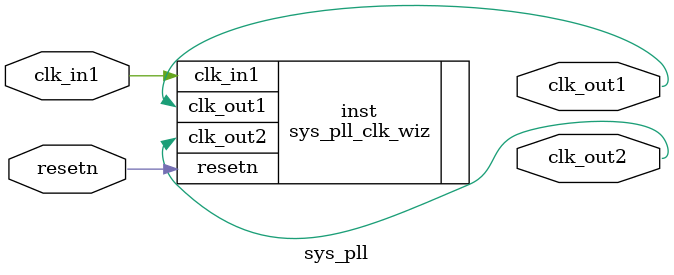
<source format=v>


`timescale 1ps/1ps

(* CORE_GENERATION_INFO = "sys_pll,clk_wiz_v6_0_5_0_0,{component_name=sys_pll,use_phase_alignment=true,use_min_o_jitter=false,use_max_i_jitter=false,use_dyn_phase_shift=false,use_inclk_switchover=false,use_dyn_reconfig=false,enable_axi=0,feedback_source=FDBK_AUTO,PRIMITIVE=MMCM,num_out_clk=2,clkin1_period=10.000,clkin2_period=10.000,use_power_down=false,use_reset=true,use_locked=false,use_inclk_stopped=false,feedback_type=SINGLE,CLOCK_MGR_TYPE=NA,manual_override=false}" *)

module sys_pll 
 (
  // Clock out ports
  output        clk_out1,
  output        clk_out2,
  // Status and control signals
  input         resetn,
 // Clock in ports
  input         clk_in1
 );

  sys_pll_clk_wiz inst
  (
  // Clock out ports  
  .clk_out1(clk_out1),
  .clk_out2(clk_out2),
  // Status and control signals               
  .resetn(resetn), 
 // Clock in ports
  .clk_in1(clk_in1)
  );

endmodule

</source>
